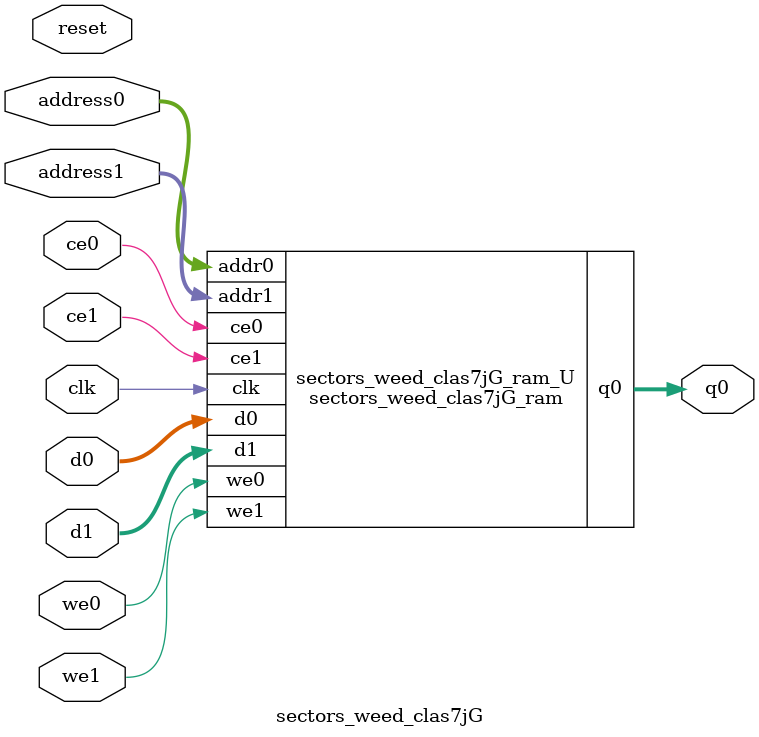
<source format=v>
`timescale 1 ns / 1 ps
module sectors_weed_clas7jG_ram (addr0, ce0, d0, we0, q0, addr1, ce1, d1, we1,  clk);

parameter DWIDTH = 24;
parameter AWIDTH = 3;
parameter MEM_SIZE = 5;

input[AWIDTH-1:0] addr0;
input ce0;
input[DWIDTH-1:0] d0;
input we0;
output reg[DWIDTH-1:0] q0;
input[AWIDTH-1:0] addr1;
input ce1;
input[DWIDTH-1:0] d1;
input we1;
input clk;

(* ram_style = "block" *)reg [DWIDTH-1:0] ram[0:MEM_SIZE-1];




always @(posedge clk)  
begin 
    if (ce0) begin
        if (we0) 
            ram[addr0] <= d0; 
        q0 <= ram[addr0];
    end
end


always @(posedge clk)  
begin 
    if (ce1) begin
        if (we1) 
            ram[addr1] <= d1; 
    end
end


endmodule

`timescale 1 ns / 1 ps
module sectors_weed_clas7jG(
    reset,
    clk,
    address0,
    ce0,
    we0,
    d0,
    q0,
    address1,
    ce1,
    we1,
    d1);

parameter DataWidth = 32'd24;
parameter AddressRange = 32'd5;
parameter AddressWidth = 32'd3;
input reset;
input clk;
input[AddressWidth - 1:0] address0;
input ce0;
input we0;
input[DataWidth - 1:0] d0;
output[DataWidth - 1:0] q0;
input[AddressWidth - 1:0] address1;
input ce1;
input we1;
input[DataWidth - 1:0] d1;



sectors_weed_clas7jG_ram sectors_weed_clas7jG_ram_U(
    .clk( clk ),
    .addr0( address0 ),
    .ce0( ce0 ),
    .we0( we0 ),
    .d0( d0 ),
    .q0( q0 ),
    .addr1( address1 ),
    .ce1( ce1 ),
    .we1( we1 ),
    .d1( d1 ));

endmodule


</source>
